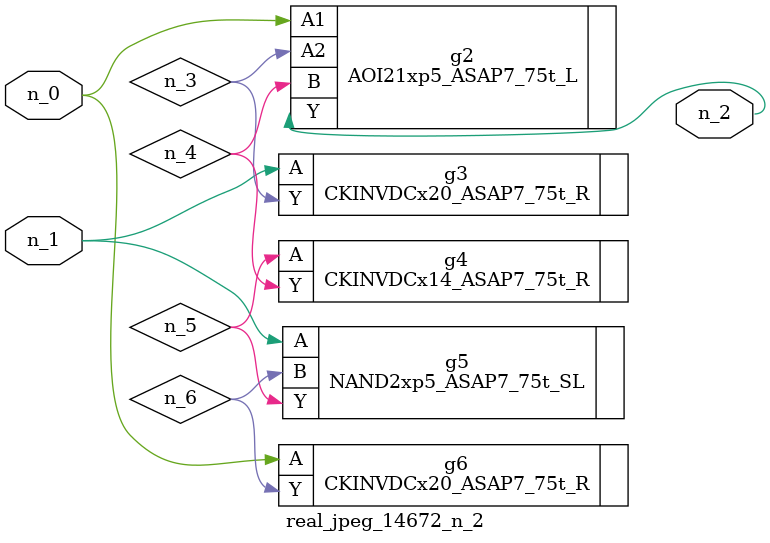
<source format=v>
module real_jpeg_14672_n_2 (n_1, n_0, n_2);

input n_1;
input n_0;

output n_2;

wire n_5;
wire n_4;
wire n_6;
wire n_3;

AOI21xp5_ASAP7_75t_L g2 ( 
.A1(n_0),
.A2(n_3),
.B(n_4),
.Y(n_2)
);

CKINVDCx20_ASAP7_75t_R g6 ( 
.A(n_0),
.Y(n_6)
);

CKINVDCx20_ASAP7_75t_R g3 ( 
.A(n_1),
.Y(n_3)
);

NAND2xp5_ASAP7_75t_SL g5 ( 
.A(n_1),
.B(n_6),
.Y(n_5)
);

CKINVDCx14_ASAP7_75t_R g4 ( 
.A(n_5),
.Y(n_4)
);


endmodule
</source>
